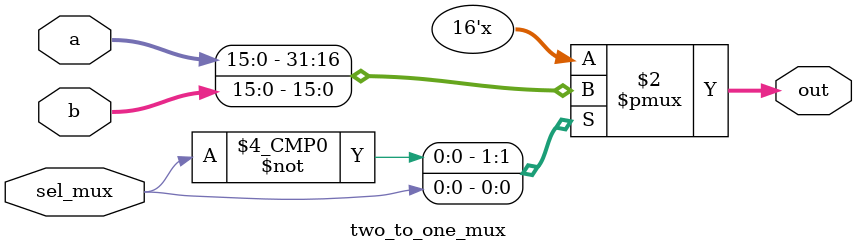
<source format=sv>
`timescale 1ns / 1ps

// w = data, s = the signal, f is the input for the alu
module two_to_one_mux(a, b, sel_mux, out);
    
input logic [15:0] a;
input logic [15:0] b;
input logic sel_mux;
output logic [15:0] out;

always_comb begin
    case(sel_mux)
        1'b0: begin
            out = a;
            end
        1'b1: begin
            out = b;
            end
    endcase
    end
endmodule

</source>
